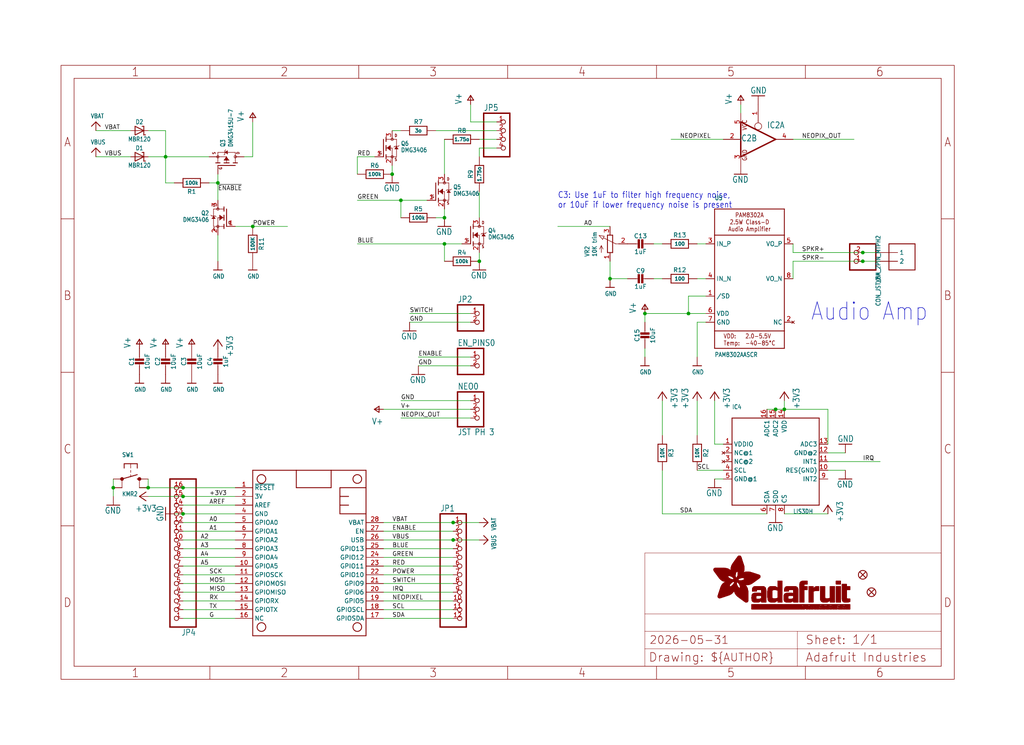
<source format=kicad_sch>
(kicad_sch (version 20230121) (generator eeschema)
  (paper "User" 298.45 217.322)
  (lib_symbols
    (symbol "working-eagle-import:741G125DBV"
      (property "Reference" "IC" (at -0.635 -0.635 0))
      (symbol "741G125DBV_1_0"
        (pin input line (at 0 10.16 270) (length 5.08) (name "OE") (number "1"))
        (pin input line (at -10.16 0 0) (length 5.08) (name "I") (number "2"))
        (pin tri_state line (at 10.16 0 180) (length 5.08) (name "O") (number "4"))
      )
      (symbol "741G125DBV_2_0"
        (text "GND" (at 1.905 -6.35 900) (effects (font (size 1.27 1.0795)) (justify left bottom)))
        (text "VCC" (at 1.905 2.54 900) (effects (font (size 1.27 1.0795)) (justify left bottom)))
        (pin power_in line (at 0 -7.62 90) (length 5.08) (name "GND") (number "3"))
        (pin power_in line (at 0 7.62 270) (length 5.08) (name "VCC") (number "5"))
      )
    )
    (symbol "working-eagle-import:ACCEL_LIS3DHTR"
      (property "Reference" "U" (at -12.7 15.24 0))
      (symbol "ACCEL_LIS3DHTR_1_0"
        (pin power_in line (at -15.24 5.08 0) (length 2.54) (name "VDDIO") (number "1"))
        (pin bidirectional line (at 15.24 -2.54 180) (length 2.54) (name "RES(GND)") (number "10"))
        (pin output line (at 15.24 0 180) (length 2.54) (name "INT1") (number "11"))
        (pin power_in line (at 15.24 2.54 180) (length 2.54) (name "GND@2") (number "12"))
        (pin input line (at 15.24 5.08 180) (length 2.54) (name "ADC3") (number "13"))
        (pin power_in line (at 2.54 15.24 270) (length 2.54) (name "VDD") (number "14"))
        (pin input line (at 0 15.24 270) (length 2.54) (name "ADC2") (number "15"))
        (pin input line (at -2.54 15.24 270) (length 2.54) (name "ADC1") (number "16"))
        (pin no_connect line (at -15.24 2.54 0) (length 2.54) (name "NC@1") (number "2"))
        (pin no_connect line (at -15.24 0 0) (length 2.54) (name "NC@2") (number "3"))
        (pin bidirectional line (at -15.24 -2.54 0) (length 2.54) (name "SCL") (number "4"))
        (pin power_in line (at -15.24 -5.08 0) (length 2.54) (name "GND@1") (number "5"))
        (pin bidirectional line (at -2.54 -15.24 90) (length 2.54) (name "SDA") (number "6"))
        (pin bidirectional line (at 0 -15.24 90) (length 2.54) (name "SDO") (number "7"))
        (pin input line (at 2.54 -15.24 90) (length 2.54) (name "CS") (number "8"))
        (pin output line (at 15.24 -5.08 180) (length 2.54) (name "INT2") (number "9"))
      )
    )
    (symbol "working-eagle-import:AUDIOAMP_PAM8302A"
      (property "Reference" "U" (at -10.16 22.86 0))
      (symbol "AUDIOAMP_PAM8302A_1_0"
        (text "2.0-5.5V\n-40-85°C" (at -1.27 -17.78 0) (effects (font (size 1.27 1.0795)) (justify left)))
        (text "PAM8302A\n2.5W Class-D\nAudio Amplifier" (at 0 16.51 0) (effects (font (size 1.27 1.0795))))
        (text "VDD:\nTemp:" (at -7.62 -17.78 0) (effects (font (size 1.27 1.0795)) (justify left)))
        (pin input line (at -12.7 -5.08 0) (length 2.54) (name "/SD") (number "1"))
        (pin no_connect line (at 12.7 -12.7 180) (length 2.54) (name "NC") (number "2"))
        (pin input line (at -12.7 10.16 0) (length 2.54) (name "IN_P") (number "3"))
        (pin input line (at -12.7 0 0) (length 2.54) (name "IN_N") (number "4"))
        (pin output line (at 12.7 10.16 180) (length 2.54) (name "VO_P") (number "5"))
        (pin power_in line (at -12.7 -10.16 0) (length 2.54) (name "VDD") (number "6"))
        (pin power_in line (at -12.7 -12.7 0) (length 2.54) (name "GND") (number "7"))
        (pin output line (at 12.7 0 180) (length 2.54) (name "VO_N") (number "8"))
      )
    )
    (symbol "working-eagle-import:CAP_CERAMIC0603_NO"
      (property "Reference" "C" (at -2.29 1.25 90))
      (symbol "CAP_CERAMIC0603_NO_1_0"
        (pin passive line (at 0 5.08 270) (length 2.54) (name "1") (number "1"))
        (pin passive line (at 0 -2.54 90) (length 2.54) (name "2") (number "2"))
      )
    )
    (symbol "working-eagle-import:CAP_CERAMIC0805-NOOUTLINE"
      (property "Reference" "C" (at -2.29 1.25 90))
      (symbol "CAP_CERAMIC0805-NOOUTLINE_1_0"
        (pin passive line (at 0 5.08 270) (length 2.54) (name "1") (number "1"))
        (pin passive line (at 0 -2.54 90) (length 2.54) (name "2") (number "2"))
      )
    )
    (symbol "working-eagle-import:CON_JST_PH_2PIN_MTPH2"
      (property "Reference" "X" (at 0 5.588 90))
      (symbol "CON_JST_PH_2PIN_MTPH2_1_0"
        (pin passive inverted (at -2.54 2.54 0) (length 2.54) (name "1") (number "1"))
        (pin passive inverted (at -2.54 0 0) (length 2.54) (name "2") (number "2"))
      )
      (symbol "CON_JST_PH_2PIN_MTPH2_2_0"
        (pin bidirectional line (at 0 0 90) (length 2.54) (name "P$1") (number "NC2"))
      )
      (symbol "CON_JST_PH_2PIN_MTPH2_3_0"
        (pin bidirectional line (at 0 0 90) (length 2.54) (name "P$1") (number "NC1"))
      )
    )
    (symbol "working-eagle-import:CON_JST_PH_3PIN"
      (property "Reference" "X" (at -6.35 5.715 0))
      (symbol "CON_JST_PH_3PIN_1_0"
        (pin passive inverted (at -2.54 2.54 0) (length 2.54) (name "1") (number "1"))
        (pin passive inverted (at -2.54 0 0) (length 2.54) (name "2") (number "2"))
        (pin passive inverted (at -2.54 -2.54 0) (length 2.54) (name "3") (number "3"))
      )
    )
    (symbol "working-eagle-import:CON_MOLEX_2P"
      (symbol "CON_MOLEX_2P_1_0"
        (pin passive line (at -5.08 2.54 0) (length 5.08) (name "1") (number "1"))
        (pin passive line (at -5.08 0 0) (length 5.08) (name "2") (number "2"))
      )
      (symbol "CON_MOLEX_2P_2_0"
        (pin bidirectional line (at 0 0 0) (length 5.08) (name "MT") (number "M1"))
      )
      (symbol "CON_MOLEX_2P_3_0"
        (pin bidirectional line (at 0 0 0) (length 5.08) (name "MT") (number "M2"))
      )
    )
    (symbol "working-eagle-import:DIODE-SCHOTTKYSOD-123"
      (property "Reference" "D" (at 0 2.54 0))
      (symbol "DIODE-SCHOTTKYSOD-123_1_0"
        (pin passive line (at -2.54 0 0) (length 2.54) (name "A") (number "A"))
        (pin passive line (at 2.54 0 180) (length 2.54) (name "C") (number "C"))
      )
    )
    (symbol "working-eagle-import:FEATHERWING"
      (symbol "FEATHERWING_1_0"
        (pin input line (at 5.08 -5.08 90) (length 5.08) (name "~{RESET}") (number "1"))
        (pin bidirectional line (at 27.94 -5.08 90) (length 5.08) (name "GPIOA5") (number "10"))
        (pin bidirectional line (at 30.48 -5.08 90) (length 5.08) (name "GPIOSCK") (number "11"))
        (pin bidirectional line (at 33.02 -5.08 90) (length 5.08) (name "GPIOMOSI") (number "12"))
        (pin bidirectional line (at 35.56 -5.08 90) (length 5.08) (name "GPIOMISO") (number "13"))
        (pin bidirectional line (at 38.1 -5.08 90) (length 5.08) (name "GPIORX") (number "14"))
        (pin bidirectional line (at 40.64 -5.08 90) (length 5.08) (name "GPIOTX") (number "15"))
        (pin passive line (at 43.18 -5.08 90) (length 5.08) (name "NC") (number "16"))
        (pin bidirectional line (at 43.18 38.1 270) (length 5.08) (name "GPIOSDA") (number "17"))
        (pin bidirectional line (at 40.64 38.1 270) (length 5.08) (name "GPIOSCL") (number "18"))
        (pin bidirectional line (at 38.1 38.1 270) (length 5.08) (name "GPIO5") (number "19"))
        (pin power_in line (at 7.62 -5.08 90) (length 5.08) (name "3V") (number "2"))
        (pin bidirectional line (at 35.56 38.1 270) (length 5.08) (name "GPIO6") (number "20"))
        (pin bidirectional line (at 33.02 38.1 270) (length 5.08) (name "GPIO9") (number "21"))
        (pin bidirectional line (at 30.48 38.1 270) (length 5.08) (name "GPIO10") (number "22"))
        (pin bidirectional line (at 27.94 38.1 270) (length 5.08) (name "GPIO11") (number "23"))
        (pin bidirectional line (at 25.4 38.1 270) (length 5.08) (name "GPIO12") (number "24"))
        (pin bidirectional line (at 22.86 38.1 270) (length 5.08) (name "GPIO13") (number "25"))
        (pin power_in line (at 20.32 38.1 270) (length 5.08) (name "USB") (number "26"))
        (pin passive line (at 17.78 38.1 270) (length 5.08) (name "EN") (number "27"))
        (pin power_in line (at 15.24 38.1 270) (length 5.08) (name "VBAT") (number "28"))
        (pin passive line (at 10.16 -5.08 90) (length 5.08) (name "AREF") (number "3"))
        (pin power_in line (at 12.7 -5.08 90) (length 5.08) (name "GND") (number "4"))
        (pin bidirectional line (at 15.24 -5.08 90) (length 5.08) (name "GPIOA0") (number "5"))
        (pin bidirectional line (at 17.78 -5.08 90) (length 5.08) (name "GPIOA1") (number "6"))
        (pin bidirectional line (at 20.32 -5.08 90) (length 5.08) (name "GPIOA2") (number "7"))
        (pin bidirectional line (at 22.86 -5.08 90) (length 5.08) (name "GPIOA3") (number "8"))
        (pin bidirectional line (at 25.4 -5.08 90) (length 5.08) (name "GPIOA4") (number "9"))
      )
    )
    (symbol "working-eagle-import:FIDUCIAL_1MM")
    (symbol "working-eagle-import:FRAME_A4_ADAFRUIT"
      (symbol "FRAME_A4_ADAFRUIT_1_0"
        (text "${#}/${##}" (at 230.505 10.16 0) (effects (font (size 2.54 2.54)) (justify left bottom)))
        (text "${AUTHOR}" (at 189.23 5.08 0) (effects (font (size 2.286 2.286)) (justify left bottom)))
        (text "${CURRENT_DATE}" (at 171.45 10.16 0) (effects (font (size 2.286 2.286)) (justify left bottom)))
        (text "${PROJECTNAME}" (at 171.45 15.24 0) (effects (font (size 2.54 2.54)) (justify left bottom)))
        (text "1" (at 21.6958 1.905 0) (effects (font (size 2.54 2.286))))
        (text "1" (at 21.6958 177.165 0) (effects (font (size 2.54 2.286))))
        (text "2" (at 65.0875 1.905 0) (effects (font (size 2.54 2.286))))
        (text "2" (at 65.0875 177.165 0) (effects (font (size 2.54 2.286))))
        (text "3" (at 108.4792 1.905 0) (effects (font (size 2.54 2.286))))
        (text "3" (at 108.4792 177.165 0) (effects (font (size 2.54 2.286))))
        (text "4" (at 151.8708 1.905 0) (effects (font (size 2.54 2.286))))
        (text "4" (at 151.8708 177.165 0) (effects (font (size 2.54 2.286))))
        (text "5" (at 195.2625 1.905 0) (effects (font (size 2.54 2.286))))
        (text "5" (at 195.2625 177.165 0) (effects (font (size 2.54 2.286))))
        (text "6" (at 238.6542 1.905 0) (effects (font (size 2.54 2.286))))
        (text "6" (at 238.6542 177.165 0) (effects (font (size 2.54 2.286))))
        (text "A" (at 1.905 156.6863 0) (effects (font (size 2.54 2.286))))
        (text "A" (at 258.445 156.6863 0) (effects (font (size 2.54 2.286))))
        (text "Adafruit Industries" (at 216.916 4.953 0) (effects (font (size 2.54 2.54)) (justify left bottom)))
        (text "B" (at 1.905 111.9188 0) (effects (font (size 2.54 2.286))))
        (text "B" (at 258.445 111.9188 0) (effects (font (size 2.54 2.286))))
        (text "C" (at 1.905 67.1513 0) (effects (font (size 2.54 2.286))))
        (text "C" (at 258.445 67.1513 0) (effects (font (size 2.54 2.286))))
        (text "D" (at 1.905 22.3838 0) (effects (font (size 2.54 2.286))))
        (text "D" (at 258.445 22.3838 0) (effects (font (size 2.54 2.286))))
        (text "Drawing:" (at 171.196 4.953 0) (effects (font (size 2.54 2.54)) (justify left bottom)))
        (text "Sheet:" (at 216.916 10.033 0) (effects (font (size 2.54 2.54)) (justify left bottom)))
      )
    )
    (symbol "working-eagle-import:GND" (power)
      (property "Value" "GND" (at -1.524 -2.54 0))
      (symbol "GND_1_0"
        (pin power_in line (at 0 2.54 270) (length 2.54) (name "GND") (number "1"))
      )
    )
    (symbol "working-eagle-import:HEADER-1X12"
      (property "Reference" "JP" (at -6.35 18.415 0))
      (symbol "HEADER-1X12_1_0"
        (pin passive inverted (at -2.54 15.24 0) (length 2.54) (name "1") (number "1"))
        (pin passive inverted (at -2.54 -7.62 0) (length 2.54) (name "10") (number "10"))
        (pin passive inverted (at -2.54 -10.16 0) (length 2.54) (name "11") (number "11"))
        (pin passive inverted (at -2.54 -12.7 0) (length 2.54) (name "12") (number "12"))
        (pin passive inverted (at -2.54 12.7 0) (length 2.54) (name "2") (number "2"))
        (pin passive inverted (at -2.54 10.16 0) (length 2.54) (name "3") (number "3"))
        (pin passive inverted (at -2.54 7.62 0) (length 2.54) (name "4") (number "4"))
        (pin passive inverted (at -2.54 5.08 0) (length 2.54) (name "5") (number "5"))
        (pin passive inverted (at -2.54 2.54 0) (length 2.54) (name "6") (number "6"))
        (pin passive inverted (at -2.54 0 0) (length 2.54) (name "7") (number "7"))
        (pin passive inverted (at -2.54 -2.54 0) (length 2.54) (name "8") (number "8"))
        (pin passive inverted (at -2.54 -5.08 0) (length 2.54) (name "9") (number "9"))
      )
    )
    (symbol "working-eagle-import:HEADER-1X16ROUND"
      (property "Reference" "JP" (at -6.35 20.955 0))
      (symbol "HEADER-1X16ROUND_1_0"
        (pin passive inverted (at -2.54 17.78 0) (length 2.54) (name "1") (number "1"))
        (pin passive inverted (at -2.54 -5.08 0) (length 2.54) (name "10") (number "10"))
        (pin passive inverted (at -2.54 -7.62 0) (length 2.54) (name "11") (number "11"))
        (pin passive inverted (at -2.54 -10.16 0) (length 2.54) (name "12") (number "12"))
        (pin passive inverted (at -2.54 -12.7 0) (length 2.54) (name "13") (number "13"))
        (pin passive inverted (at -2.54 -15.24 0) (length 2.54) (name "14") (number "14"))
        (pin passive inverted (at -2.54 -17.78 0) (length 2.54) (name "15") (number "15"))
        (pin passive inverted (at -2.54 -20.32 0) (length 2.54) (name "16") (number "16"))
        (pin passive inverted (at -2.54 15.24 0) (length 2.54) (name "2") (number "2"))
        (pin passive inverted (at -2.54 12.7 0) (length 2.54) (name "3") (number "3"))
        (pin passive inverted (at -2.54 10.16 0) (length 2.54) (name "4") (number "4"))
        (pin passive inverted (at -2.54 7.62 0) (length 2.54) (name "5") (number "5"))
        (pin passive inverted (at -2.54 5.08 0) (length 2.54) (name "6") (number "6"))
        (pin passive inverted (at -2.54 2.54 0) (length 2.54) (name "7") (number "7"))
        (pin passive inverted (at -2.54 0 0) (length 2.54) (name "8") (number "8"))
        (pin passive inverted (at -2.54 -2.54 0) (length 2.54) (name "9") (number "9"))
      )
    )
    (symbol "working-eagle-import:HEADER-1X2ROUND"
      (property "Reference" "JP" (at -6.35 5.715 0))
      (symbol "HEADER-1X2ROUND_1_0"
        (pin passive inverted (at -2.54 2.54 0) (length 2.54) (name "1") (number "1"))
        (pin passive inverted (at -2.54 0 0) (length 2.54) (name "2") (number "2"))
      )
    )
    (symbol "working-eagle-import:HEADER-1X4ROUND"
      (property "Reference" "JP" (at -6.35 8.255 0))
      (symbol "HEADER-1X4ROUND_1_0"
        (pin passive inverted (at -2.54 5.08 0) (length 2.54) (name "1") (number "1"))
        (pin passive inverted (at -2.54 2.54 0) (length 2.54) (name "2") (number "2"))
        (pin passive inverted (at -2.54 0 0) (length 2.54) (name "3") (number "3"))
        (pin passive inverted (at -2.54 -2.54 0) (length 2.54) (name "4") (number "4"))
      )
    )
    (symbol "working-eagle-import:MOSFET-NWIDE"
      (property "Reference" "Q" (at 5.08 0.635 0))
      (symbol "MOSFET-NWIDE_1_0"
        (text "D" (at 3.175 3.175 0) (effects (font (size 0.8128 0.6908)) (justify left bottom)))
        (text "G" (at -1.27 -1.905 0) (effects (font (size 0.8128 0.6908)) (justify left bottom)))
        (text "S" (at 3.175 -3.81 0) (effects (font (size 0.8128 0.6908)) (justify left bottom)))
        (pin bidirectional line (at -2.54 -2.54 0) (length 2.54) (name "G") (number "1"))
        (pin bidirectional line (at 2.54 -5.08 90) (length 2.54) (name "S") (number "2"))
        (pin bidirectional line (at 2.54 5.08 270) (length 2.54) (name "D") (number "3"))
      )
    )
    (symbol "working-eagle-import:MOSFET-PWIDE"
      (property "Reference" "Q" (at 2.794 0.381 0))
      (symbol "MOSFET-PWIDE_1_0"
        (text "D" (at 0.635 -3.81 0) (effects (font (size 0.8128 0.6908)) (justify left bottom)))
        (text "G" (at -3.81 1.27 0) (effects (font (size 0.8128 0.6908)) (justify left bottom)))
        (text "S" (at 0.635 3.175 0) (effects (font (size 0.8128 0.6908)) (justify left bottom)))
        (pin passive line (at -5.08 2.54 0) (length 2.54) (name "G") (number "1"))
        (pin passive line (at 0 5.08 270) (length 2.54) (name "S") (number "2"))
        (pin passive line (at 0 -5.08 90) (length 2.54) (name "D") (number "3"))
      )
    )
    (symbol "working-eagle-import:RESISTOR_0603_NOOUT"
      (property "Reference" "R" (at 0 2.54 0))
      (symbol "RESISTOR_0603_NOOUT_1_0"
        (pin passive line (at -5.08 0 0) (length 2.54) (name "1") (number "1"))
        (pin passive line (at 5.08 0 180) (length 2.54) (name "2") (number "2"))
      )
    )
    (symbol "working-eagle-import:RESISTOR_1206"
      (property "Reference" "R" (at 0 2.54 0))
      (symbol "RESISTOR_1206_1_0"
        (pin passive line (at -5.08 0 0) (length 2.54) (name "1") (number "1"))
        (pin passive line (at 5.08 0 180) (length 2.54) (name "2") (number "2"))
      )
    )
    (symbol "working-eagle-import:SWITCH_TACT_SMT4.6X2.8"
      (property "Reference" "SW" (at -2.54 6.35 0))
      (symbol "SWITCH_TACT_SMT4.6X2.8_1_0"
        (pin passive line (at -5.08 0 0) (length 2.54) (name "P") (number "A"))
        (pin passive line (at -5.08 -2.54 0) (length 2.54) (name "P1") (number "A'"))
        (pin passive line (at 5.08 0 180) (length 2.54) (name "S") (number "B"))
        (pin passive line (at 5.08 -2.54 180) (length 2.54) (name "S1") (number "B'"))
      )
    )
    (symbol "working-eagle-import:TRIMPOT3303W/X"
      (property "Reference" "VR" (at -5.969 -3.81 90))
      (symbol "TRIMPOT3303W/X_1_0"
        (pin passive line (at 0 -5.08 90) (length 2.54) (name "A") (number "1"))
        (pin passive line (at 5.08 0 180) (length 2.54) (name "S") (number "2"))
        (pin passive line (at 0 5.08 270) (length 2.54) (name "E") (number "3"))
      )
    )
    (symbol "working-eagle-import:V+" (power)
      (property "Value" "V+" (at -2.54 -2.54 90))
      (symbol "V+_1_0"
        (pin power_in line (at 0 -2.54 90) (length 2.54) (name "V+") (number "1"))
      )
    )
    (symbol "working-eagle-import:VBAT" (power)
      (property "Value" "VBAT" (at -1.524 1.016 0))
      (symbol "VBAT_1_0"
        (pin power_in line (at 0 -2.54 90) (length 2.54) (name "VBAT") (number "1"))
      )
    )
    (symbol "working-eagle-import:VBUS" (power)
      (property "Value" "VBUS" (at -1.524 1.016 0))
      (symbol "VBUS_1_0"
        (pin power_in line (at 0 -2.54 90) (length 2.54) (name "VBUS") (number "1"))
      )
    )
    (symbol "working-eagle-import:supply1_+3V3" (power)
      (property "Value" "supply1_+3V3" (at -2.54 -5.08 90))
      (symbol "supply1_+3V3_1_0"
        (pin power_in line (at 0 -2.54 90) (length 2.54) (name "+3V3") (number "1"))
      )
    )
    (symbol "working-eagle-import:supply1_GND" (power)
      (property "Value" "supply1_GND" (at -2.54 -2.54 0))
      (symbol "supply1_GND_1_0"
        (pin power_in line (at 0 2.54 270) (length 2.54) (name "GND") (number "1"))
      )
    )
  )
  (junction (at 73.66 66.04))
  (junction (at 53.34 149.86))
  (junction (at 116.84 58.42))
  (junction (at 129.54 63.5))
  (junction (at 114.3 50.8))
  (junction (at 187.96 91.44))
  (junction (at 63.5 53.34))
  (junction (at 139.7 76.2))
  (junction (at 177.8 81.28))
  (junction (at 53.34 142.24))
  (junction (at 132.08 152.4))
  (junction (at 43.18 142.24))
  (junction (at 48.26 45.72))
  (junction (at 251.46 76.2))
  (junction (at 200.66 91.44))
  (junction (at 228.6 119.38))
  (junction (at 226.06 119.38))
  (junction (at 251.46 73.66))
  (junction (at 129.54 71.12))
  (junction (at 132.08 157.48))
  (junction (at 33.02 142.24))
  (junction (at 53.34 144.78))
  (wire (pts (xy 129.54 63.5) (xy 127 63.5)) (stroke (width 0.1524)))
  (wire (pts (xy 119.38 91.44) (xy 137.16 91.44)) (stroke (width 0.1524)))
  (wire (pts (xy 205.74 91.44) (xy 200.66 91.44)) (stroke (width 0.1524)))
  (wire (pts (xy 104.14 45.72) (xy 109.22 45.72)) (stroke (width 0.1524)))
  (wire (pts (xy 60.96 45.72) (xy 48.26 45.72)) (stroke (width 0.1524)))
  (wire (pts (xy 231.14 40.64) (xy 248.92 40.64)) (stroke (width 0.1524)))
  (wire (pts (xy 38.1 45.72) (xy 27.94 45.72)) (stroke (width 0.1524)))
  (wire (pts (xy 43.18 45.72) (xy 48.26 45.72)) (stroke (width 0.1524)))
  (wire (pts (xy 182.88 81.28) (xy 177.8 81.28)) (stroke (width 0.1524)))
  (wire (pts (xy 228.6 119.38) (xy 226.06 119.38)) (stroke (width 0.1524)))
  (wire (pts (xy 53.34 162.56) (xy 68.58 162.56)) (stroke (width 0.1524)))
  (wire (pts (xy 205.74 81.28) (xy 203.2 81.28)) (stroke (width 0.1524)))
  (wire (pts (xy 205.74 71.12) (xy 203.2 71.12)) (stroke (width 0.1524)))
  (wire (pts (xy 231.14 73.66) (xy 231.14 71.12)) (stroke (width 0.1524)))
  (wire (pts (xy 53.34 147.32) (xy 68.58 147.32)) (stroke (width 0.1524)))
  (wire (pts (xy 132.08 175.26) (xy 111.76 175.26)) (stroke (width 0.1524)))
  (wire (pts (xy 200.66 91.44) (xy 187.96 91.44)) (stroke (width 0.1524)))
  (wire (pts (xy 73.66 45.72) (xy 73.66 35.56)) (stroke (width 0.1524)))
  (wire (pts (xy 132.08 165.1) (xy 111.76 165.1)) (stroke (width 0.1524)))
  (wire (pts (xy 63.5 53.34) (xy 63.5 58.42)) (stroke (width 0.1524)))
  (wire (pts (xy 132.08 157.48) (xy 111.76 157.48)) (stroke (width 0.1524)))
  (wire (pts (xy 137.16 35.56) (xy 137.16 30.48)) (stroke (width 0.1524)))
  (wire (pts (xy 53.34 144.78) (xy 43.18 144.78)) (stroke (width 0.1524)))
  (wire (pts (xy 203.2 127) (xy 203.2 116.84)) (stroke (width 0.1524)))
  (wire (pts (xy 241.3 129.54) (xy 241.3 119.38)) (stroke (width 0.1524)))
  (wire (pts (xy 132.08 152.4) (xy 111.76 152.4)) (stroke (width 0.1524)))
  (wire (pts (xy 190.5 71.12) (xy 193.04 71.12)) (stroke (width 0.1524)))
  (wire (pts (xy 121.92 106.68) (xy 137.16 106.68)) (stroke (width 0.1524)))
  (wire (pts (xy 193.04 149.86) (xy 193.04 137.16)) (stroke (width 0.1524)))
  (wire (pts (xy 63.5 76.2) (xy 63.5 68.58)) (stroke (width 0.1524)))
  (wire (pts (xy 132.08 167.64) (xy 111.76 167.64)) (stroke (width 0.1524)))
  (wire (pts (xy 187.96 91.44) (xy 187.96 93.98)) (stroke (width 0.1524)))
  (wire (pts (xy 241.3 134.62) (xy 256.54 134.62)) (stroke (width 0.1524)))
  (wire (pts (xy 205.74 86.36) (xy 200.66 86.36)) (stroke (width 0.1524)))
  (wire (pts (xy 132.08 170.18) (xy 111.76 170.18)) (stroke (width 0.1524)))
  (wire (pts (xy 33.02 139.7) (xy 33.02 142.24)) (stroke (width 0.1524)))
  (wire (pts (xy 231.14 76.2) (xy 231.14 81.28)) (stroke (width 0.1524)))
  (wire (pts (xy 129.54 76.2) (xy 129.54 71.12)) (stroke (width 0.1524)))
  (wire (pts (xy 68.58 142.24) (xy 53.34 142.24)) (stroke (width 0.1524)))
  (wire (pts (xy 53.34 175.26) (xy 68.58 175.26)) (stroke (width 0.1524)))
  (wire (pts (xy 132.08 162.56) (xy 111.76 162.56)) (stroke (width 0.1524)))
  (wire (pts (xy 210.82 129.54) (xy 208.28 129.54)) (stroke (width 0.1524)))
  (wire (pts (xy 53.34 165.1) (xy 68.58 165.1)) (stroke (width 0.1524)))
  (wire (pts (xy 251.46 76.2) (xy 256.54 76.2)) (stroke (width 0.1524)))
  (wire (pts (xy 48.26 45.72) (xy 48.26 53.34)) (stroke (width 0.1524)))
  (wire (pts (xy 193.04 81.28) (xy 190.5 81.28)) (stroke (width 0.1524)))
  (wire (pts (xy 111.76 119.38) (xy 137.16 119.38)) (stroke (width 0.1524)))
  (wire (pts (xy 139.7 45.72) (xy 139.7 43.18)) (stroke (width 0.1524)))
  (wire (pts (xy 33.02 142.24) (xy 33.02 144.78)) (stroke (width 0.1524)))
  (wire (pts (xy 137.16 121.92) (xy 116.84 121.92)) (stroke (width 0.1524)))
  (wire (pts (xy 187.96 101.6) (xy 187.96 104.14)) (stroke (width 0.1524)))
  (wire (pts (xy 53.34 157.48) (xy 68.58 157.48)) (stroke (width 0.1524)))
  (wire (pts (xy 231.14 73.66) (xy 251.46 73.66)) (stroke (width 0.1524)))
  (wire (pts (xy 53.34 149.86) (xy 50.8 149.86)) (stroke (width 0.1524)))
  (wire (pts (xy 241.3 132.08) (xy 246.38 132.08)) (stroke (width 0.1524)))
  (wire (pts (xy 53.34 160.02) (xy 68.58 160.02)) (stroke (width 0.1524)))
  (wire (pts (xy 144.78 35.56) (xy 137.16 35.56)) (stroke (width 0.1524)))
  (wire (pts (xy 116.84 38.1) (xy 114.3 38.1)) (stroke (width 0.1524)))
  (wire (pts (xy 43.18 142.24) (xy 40.64 142.24)) (stroke (width 0.1524)))
  (wire (pts (xy 53.34 177.8) (xy 68.58 177.8)) (stroke (width 0.1524)))
  (wire (pts (xy 132.08 160.02) (xy 111.76 160.02)) (stroke (width 0.1524)))
  (wire (pts (xy 53.34 152.4) (xy 68.58 152.4)) (stroke (width 0.1524)))
  (wire (pts (xy 104.14 45.72) (xy 104.14 50.8)) (stroke (width 0.1524)))
  (wire (pts (xy 116.84 63.5) (xy 116.84 58.42)) (stroke (width 0.1524)))
  (wire (pts (xy 104.14 58.42) (xy 116.84 58.42)) (stroke (width 0.1524)))
  (wire (pts (xy 241.3 119.38) (xy 228.6 119.38)) (stroke (width 0.1524)))
  (wire (pts (xy 139.7 76.2) (xy 139.7 73.66)) (stroke (width 0.1524)))
  (wire (pts (xy 111.76 154.94) (xy 132.08 154.94)) (stroke (width 0.1524)))
  (wire (pts (xy 132.08 157.48) (xy 139.7 157.48)) (stroke (width 0.1524)))
  (wire (pts (xy 208.28 139.7) (xy 210.82 139.7)) (stroke (width 0.1524)))
  (wire (pts (xy 195.58 40.64) (xy 210.82 40.64)) (stroke (width 0.1524)))
  (wire (pts (xy 127 38.1) (xy 144.78 38.1)) (stroke (width 0.1524)))
  (wire (pts (xy 53.34 172.72) (xy 68.58 172.72)) (stroke (width 0.1524)))
  (wire (pts (xy 48.26 38.1) (xy 43.18 38.1)) (stroke (width 0.1524)))
  (wire (pts (xy 114.3 48.26) (xy 114.3 50.8)) (stroke (width 0.1524)))
  (wire (pts (xy 60.96 53.34) (xy 63.5 53.34)) (stroke (width 0.1524)))
  (wire (pts (xy 208.28 129.54) (xy 208.28 116.84)) (stroke (width 0.1524)))
  (wire (pts (xy 129.54 63.5) (xy 129.54 60.96)) (stroke (width 0.1524)))
  (wire (pts (xy 223.52 149.86) (xy 193.04 149.86)) (stroke (width 0.1524)))
  (wire (pts (xy 53.34 154.94) (xy 68.58 154.94)) (stroke (width 0.1524)))
  (wire (pts (xy 132.08 152.4) (xy 139.7 152.4)) (stroke (width 0.1524)))
  (wire (pts (xy 63.5 50.8) (xy 63.5 53.34)) (stroke (width 0.1524)))
  (wire (pts (xy 68.58 66.04) (xy 73.66 66.04)) (stroke (width 0.1524)))
  (wire (pts (xy 129.54 71.12) (xy 104.14 71.12)) (stroke (width 0.1524)))
  (wire (pts (xy 139.7 55.88) (xy 139.7 63.5)) (stroke (width 0.1524)))
  (wire (pts (xy 132.08 172.72) (xy 111.76 172.72)) (stroke (width 0.1524)))
  (wire (pts (xy 134.62 71.12) (xy 129.54 71.12)) (stroke (width 0.1524)))
  (wire (pts (xy 241.3 149.86) (xy 228.6 149.86)) (stroke (width 0.1524)))
  (wire (pts (xy 129.54 40.64) (xy 129.54 50.8)) (stroke (width 0.1524)))
  (wire (pts (xy 53.34 149.86) (xy 68.58 149.86)) (stroke (width 0.1524)))
  (wire (pts (xy 241.3 137.16) (xy 246.38 137.16)) (stroke (width 0.1524)))
  (wire (pts (xy 177.8 81.28) (xy 177.8 76.2)) (stroke (width 0.1524)))
  (wire (pts (xy 53.34 170.18) (xy 68.58 170.18)) (stroke (width 0.1524)))
  (wire (pts (xy 116.84 58.42) (xy 124.46 58.42)) (stroke (width 0.1524)))
  (wire (pts (xy 203.2 93.98) (xy 203.2 104.14)) (stroke (width 0.1524)))
  (wire (pts (xy 38.1 38.1) (xy 27.94 38.1)) (stroke (width 0.1524)))
  (wire (pts (xy 251.46 73.66) (xy 256.54 73.66)) (stroke (width 0.1524)))
  (wire (pts (xy 210.82 137.16) (xy 203.2 137.16)) (stroke (width 0.1524)))
  (wire (pts (xy 71.12 45.72) (xy 73.66 45.72)) (stroke (width 0.1524)))
  (wire (pts (xy 139.7 43.18) (xy 144.78 43.18)) (stroke (width 0.1524)))
  (wire (pts (xy 226.06 119.38) (xy 223.52 119.38)) (stroke (width 0.1524)))
  (wire (pts (xy 53.34 167.64) (xy 68.58 167.64)) (stroke (width 0.1524)))
  (wire (pts (xy 132.08 177.8) (xy 111.76 177.8)) (stroke (width 0.1524)))
  (wire (pts (xy 53.34 142.24) (xy 43.18 142.24)) (stroke (width 0.1524)))
  (wire (pts (xy 162.56 66.04) (xy 177.8 66.04)) (stroke (width 0.1524)))
  (wire (pts (xy 228.6 116.84) (xy 228.6 119.38)) (stroke (width 0.1524)))
  (wire (pts (xy 215.9 33.02) (xy 215.9 30.48)) (stroke (width 0.1524)))
  (wire (pts (xy 48.26 53.34) (xy 50.8 53.34)) (stroke (width 0.1524)))
  (wire (pts (xy 43.18 139.7) (xy 43.18 142.24)) (stroke (width 0.1524)))
  (wire (pts (xy 193.04 116.84) (xy 193.04 127)) (stroke (width 0.1524)))
  (wire (pts (xy 68.58 180.34) (xy 53.34 180.34)) (stroke (width 0.1524)))
  (wire (pts (xy 144.78 40.64) (xy 139.7 40.64)) (stroke (width 0.1524)))
  (wire (pts (xy 200.66 86.36) (xy 200.66 91.44)) (stroke (width 0.1524)))
  (wire (pts (xy 73.66 66.04) (xy 83.82 66.04)) (stroke (width 0.1524)))
  (wire (pts (xy 231.14 76.2) (xy 251.46 76.2)) (stroke (width 0.1524)))
  (wire (pts (xy 137.16 104.14) (xy 121.92 104.14)) (stroke (width 0.1524)))
  (wire (pts (xy 132.08 180.34) (xy 111.76 180.34)) (stroke (width 0.1524)))
  (wire (pts (xy 48.26 45.72) (xy 48.26 38.1)) (stroke (width 0.1524)))
  (wire (pts (xy 137.16 93.98) (xy 119.38 93.98)) (stroke (width 0.1524)))
  (wire (pts (xy 137.16 116.84) (xy 116.84 116.84)) (stroke (width 0.1524)))
  (wire (pts (xy 205.74 93.98) (xy 203.2 93.98)) (stroke (width 0.1524)))
  (wire (pts (xy 68.58 144.78) (xy 53.34 144.78)) (stroke (width 0.1524)))
  (text "C3: Use 1uF to filter high frequency noise,\nor 10uF if lower frequency noise is present" (at 162.56 60.96 0) (effects (font (size 1.778 1.5113)) (justify left bottom)))
  (text "Audio Amp" (at 236.22 93.98 0) (effects (font (size 5.08 4.318)) (justify left bottom)))
  (label "GND" (at 121.92 106.68 0) (effects (font (size 1.2446 1.2446))))
  (label "SWITCH" (at 114.3 170.18 0) (effects (font (size 1.2446 1.2446))))
  (label "GND" (at 119.38 93.98 0) (effects (font (size 1.2446 1.2446))))
  (label "ENABLE" (at 121.92 104.14 0) (effects (font (size 1.2446 1.2446))))
  (label "SDA" (at 114.3 180.34 0) (effects (font (size 1.2446 1.2446))))
  (label "VBAT" (at 114.3 152.4 0) (effects (font (size 1.2446 1.2446))))
  (label "IRQ" (at 114.3 172.72 0) (effects (font (size 1.2446 1.2446))))
  (label "~{ENABLE}" (at 63.5 55.88 0) (effects (font (size 1.2446 1.2446))))
  (label "SWITCH" (at 119.38 91.44 0) (effects (font (size 1.2446 1.2446))))
  (label "RED" (at 104.14 45.72 0) (effects (font (size 1.2446 1.2446))))
  (label "GND" (at 116.84 116.84 0) (effects (font (size 1.2446 1.2446))))
  (label "SCK" (at 60.96 167.64 0) (effects (font (size 1.2446 1.2446))))
  (label "+3V3" (at 60.96 144.78 0) (effects (font (size 1.2446 1.2446))))
  (label "NEOPIX_OUT" (at 233.68 40.64 0) (effects (font (size 1.2446 1.2446))))
  (label "SPKR-" (at 233.68 76.2 0) (effects (font (size 1.2446 1.2446))))
  (label "TX" (at 60.96 177.8 0) (effects (font (size 1.2446 1.2446))))
  (label "G" (at 60.96 180.34 0) (effects (font (size 1.2446 1.2446))))
  (label "VBAT" (at 30.48 38.1 0) (effects (font (size 1.2446 1.2446))))
  (label "VBUS" (at 114.3 157.48 0) (effects (font (size 1.2446 1.2446))))
  (label "A1" (at 60.96 154.94 0) (effects (font (size 1.2446 1.2446))))
  (label "VBUS" (at 30.48 45.72 0) (effects (font (size 1.2446 1.2446))))
  (label "A2" (at 58.42 157.48 0) (effects (font (size 1.2446 1.2446))))
  (label "POWER" (at 114.3 167.64 0) (effects (font (size 1.2446 1.2446))))
  (label "RX" (at 60.96 175.26 0) (effects (font (size 1.2446 1.2446))))
  (label "A0" (at 60.96 152.4 0) (effects (font (size 1.2446 1.2446))))
  (label "GREEN" (at 104.14 58.42 0) (effects (font (size 1.2446 1.2446))))
  (label "NEOPIX_OUT" (at 116.84 121.92 0) (effects (font (size 1.2446 1.2446))))
  (label "SCL" (at 203.2 137.16 0) (effects (font (size 1.2446 1.2446))))
  (label "NEOPIXEL" (at 198.12 40.64 0) (effects (font (size 1.2446 1.2446))))
  (label "POWER" (at 73.66 66.04 0) (effects (font (size 1.2446 1.2446))))
  (label "MOSI" (at 60.96 170.18 0) (effects (font (size 1.2446 1.2446))))
  (label "RED" (at 114.3 165.1 0) (effects (font (size 1.2446 1.2446))))
  (label "GREEN" (at 114.3 162.56 0) (effects (font (size 1.2446 1.2446))))
  (label "SPKR+" (at 233.68 73.66 0) (effects (font (size 1.2446 1.2446))))
  (label "V+" (at 116.84 119.38 0) (effects (font (size 1.2446 1.2446))))
  (label "A5" (at 58.42 165.1 0) (effects (font (size 1.2446 1.2446))))
  (label "A0" (at 170.18 66.04 0) (effects (font (size 1.2446 1.2446))))
  (label "AREF" (at 60.96 147.32 0) (effects (font (size 1.2446 1.2446))))
  (label "A3" (at 58.42 160.02 0) (effects (font (size 1.2446 1.2446))))
  (label "ENABLE" (at 114.3 154.94 0) (effects (font (size 1.2446 1.2446))))
  (label "A4" (at 58.42 162.56 0) (effects (font (size 1.2446 1.2446))))
  (label "SCL" (at 114.3 177.8 0) (effects (font (size 1.2446 1.2446))))
  (label "BLUE" (at 104.14 71.12 0) (effects (font (size 1.2446 1.2446))))
  (label "SDA" (at 198.12 149.86 0) (effects (font (size 1.2446 1.2446))))
  (label "IRQ" (at 251.46 134.62 0) (effects (font (size 1.2446 1.2446))))
  (label "NEOPIXEL" (at 114.3 175.26 0) (effects (font (size 1.2446 1.2446))))
  (label "MISO" (at 60.96 172.72 0) (effects (font (size 1.2446 1.2446))))
  (label "BLUE" (at 114.3 160.02 0) (effects (font (size 1.2446 1.2446))))
  (symbol (lib_id "working-eagle-import:RESISTOR_0603_NOOUT") (at 203.2 132.08 270) (unit 1)
    (property "Reference" "R2" (at 205.74 132.08 0))
    (property "Value" "10K" (at 203.2 132.08 0) (effects (font (size 1.016 1.016) bold)))
    (property "Footprint" "working:0603-NO" (effects hide))
  )
  (symbol (lib_id "working-eagle-import:V+") (at 137.16 27.94 0) (unit 1)
    (property "Reference" "#P+4" (effects hide))
    (property "Value" "V+" (at 134.62 30.48 90) (effects (font (size 1.778 1.5113)) (justify left bottom)))
  )
  (symbol (lib_id "working-eagle-import:V+") (at 187.96 88.9 0) (unit 1)
    (property "Reference" "#P+3" (effects hide))
    (property "Value" "V+" (at 185.42 91.44 90) (effects (font (size 1.778 1.5113)) (justify left bottom)))
  )
  (symbol (lib_id "working-eagle-import:MOSFET-NWIDE") (at 127 55.88 0) (unit 1)
    (property "Reference" "Q5" (at 132.08 55.245 0) (effects (font (size 1.27 1.0795)) (justify left bottom)))
    (property "Value" "DMG3406" (at 132.08 57.15 0) (effects (font (size 1.27 1.0795)) (justify left bottom)))
    (property "Footprint" "working:SOT23-WIDE" (effects hide))
  )
  (symbol (lib_id "working-eagle-import:HEADER-1X2ROUND") (at 139.7 93.98 0) (unit 1)
    (property "Reference" "JP2" (at 133.35 88.265 0) (effects (font (size 1.778 1.5113)) (justify left bottom)))
    (property "Value" "HEADER-1X2ROUND" (effects hide))
    (property "Footprint" "working:1X02_ROUND" (effects hide))
  )
  (symbol (lib_id "working-eagle-import:supply1_GND") (at 48.26 149.86 270) (unit 1)
    (property "Reference" "#GND3" (effects hide))
    (property "Value" "GND" (at 45.72 147.32 0) (effects (font (size 1.778 1.5113)) (justify left bottom)))
  )
  (symbol (lib_id "working-eagle-import:GND") (at 203.2 106.68 0) (unit 1)
    (property "Reference" "#U$46" (effects hide))
    (property "Value" "GND" (at 201.676 109.22 0) (effects (font (size 1.27 1.0795)) (justify left bottom)))
  )
  (symbol (lib_id "working-eagle-import:MOSFET-NWIDE") (at 66.04 63.5 0) (mirror y) (unit 1)
    (property "Reference" "Q2" (at 60.96 62.865 0) (effects (font (size 1.27 1.0795)) (justify left bottom)))
    (property "Value" "DMG3406" (at 60.96 64.77 0) (effects (font (size 1.27 1.0795)) (justify left bottom)))
    (property "Footprint" "working:SOT23-WIDE" (effects hide))
  )
  (symbol (lib_id "working-eagle-import:CAP_CERAMIC0805-NOOUTLINE") (at 187.96 99.06 0) (unit 1)
    (property "Reference" "C15" (at 185.67 97.81 90))
    (property "Value" "10uF" (at 190.26 97.81 90))
    (property "Footprint" "working:0805-NO" (effects hide))
  )
  (symbol (lib_id "working-eagle-import:supply1_+3V3") (at 40.64 144.78 90) (unit 1)
    (property "Reference" "#+3V1" (effects hide))
    (property "Value" "+3V3" (at 45.72 147.32 90) (effects (font (size 1.778 1.5113)) (justify left bottom)))
  )
  (symbol (lib_id "working-eagle-import:VBAT") (at 27.94 35.56 0) (unit 1)
    (property "Reference" "#U$2" (effects hide))
    (property "Value" "VBAT" (at 26.416 34.544 0) (effects (font (size 1.27 1.0795)) (justify left bottom)))
  )
  (symbol (lib_id "working-eagle-import:CAP_CERAMIC0603_NO") (at 185.42 71.12 270) (unit 1)
    (property "Reference" "C13" (at 186.67 68.83 90))
    (property "Value" "1uF" (at 186.67 73.42 90))
    (property "Footprint" "working:0603-NO" (effects hide))
  )
  (symbol (lib_id "working-eagle-import:RESISTOR_0603_NOOUT") (at 73.66 71.12 270) (unit 1)
    (property "Reference" "R11" (at 76.2 71.12 0))
    (property "Value" "100K" (at 73.66 71.12 0) (effects (font (size 1.016 1.016) bold)))
    (property "Footprint" "working:0603-NO" (effects hide))
  )
  (symbol (lib_id "working-eagle-import:MOSFET-PWIDE") (at 66.04 45.72 90) (unit 1)
    (property "Reference" "Q3" (at 65.659 42.926 0) (effects (font (size 1.27 1.0795)) (justify left bottom)))
    (property "Value" "DMG3415U-7" (at 67.945 42.926 0) (effects (font (size 1.27 1.0795)) (justify left bottom)))
    (property "Footprint" "working:SOT23-WIDE" (effects hide))
  )
  (symbol (lib_id "working-eagle-import:GND") (at 63.5 78.74 0) (unit 1)
    (property "Reference" "#U$3" (effects hide))
    (property "Value" "GND" (at 61.976 81.28 0) (effects (font (size 1.27 1.0795)) (justify left bottom)))
  )
  (symbol (lib_id "working-eagle-import:supply1_GND") (at 119.38 96.52 0) (unit 1)
    (property "Reference" "#GND11" (effects hide))
    (property "Value" "GND" (at 116.84 99.06 0) (effects (font (size 1.778 1.5113)) (justify left bottom)))
  )
  (symbol (lib_id "working-eagle-import:CAP_CERAMIC0805-NOOUTLINE") (at 48.26 106.68 0) (unit 1)
    (property "Reference" "C2" (at 45.97 105.43 90))
    (property "Value" "10uF" (at 50.56 105.43 90))
    (property "Footprint" "working:0805-NO" (effects hide))
  )
  (symbol (lib_id "working-eagle-import:V+") (at 48.26 99.06 0) (unit 1)
    (property "Reference" "#P+7" (effects hide))
    (property "Value" "V+" (at 45.72 101.6 90) (effects (font (size 1.778 1.5113)) (justify left bottom)))
  )
  (symbol (lib_id "working-eagle-import:MOSFET-NWIDE") (at 111.76 43.18 0) (unit 1)
    (property "Reference" "Q6" (at 116.84 42.545 0) (effects (font (size 1.27 1.0795)) (justify left bottom)))
    (property "Value" "DMG3406" (at 116.84 44.45 0) (effects (font (size 1.27 1.0795)) (justify left bottom)))
    (property "Footprint" "working:SOT23-WIDE" (effects hide))
  )
  (symbol (lib_id "working-eagle-import:GND") (at 48.26 111.76 0) (unit 1)
    (property "Reference" "#U$10" (effects hide))
    (property "Value" "GND" (at 46.736 114.3 0) (effects (font (size 1.27 1.0795)) (justify left bottom)))
  )
  (symbol (lib_id "working-eagle-import:V+") (at 55.88 99.06 0) (unit 1)
    (property "Reference" "#P+8" (effects hide))
    (property "Value" "V+" (at 53.34 101.6 90) (effects (font (size 1.778 1.5113)) (justify left bottom)))
  )
  (symbol (lib_id "working-eagle-import:CAP_CERAMIC0805-NOOUTLINE") (at 40.64 106.68 0) (unit 1)
    (property "Reference" "C1" (at 38.35 105.43 90))
    (property "Value" "10uF" (at 42.94 105.43 90))
    (property "Footprint" "working:0805-NO" (effects hide))
  )
  (symbol (lib_id "working-eagle-import:AUDIOAMP_PAM8302A") (at 218.44 81.28 0) (unit 1)
    (property "Reference" "U5" (at 208.28 58.42 0) (effects (font (size 1.27 1.0795)) (justify left bottom)))
    (property "Value" "PAM8302AASCR" (at 208.28 104.14 0) (effects (font (size 1.27 1.0795)) (justify left bottom)))
    (property "Footprint" "working:MSOP8_0.65MM" (effects hide))
  )
  (symbol (lib_id "working-eagle-import:741G125DBV") (at 215.9 40.64 0) (unit 2)
    (property "Reference" "IC2" (at 215.265 41.275 0) (effects (font (size 1.778 1.5113)) (justify left bottom)))
    (property "Value" "741G125DBV" (effects hide))
    (property "Footprint" "working:SOT23-5" (effects hide))
  )
  (symbol (lib_id "working-eagle-import:VBUS") (at 142.24 157.48 270) (unit 1)
    (property "Reference" "#U$8" (effects hide))
    (property "Value" "VBUS" (at 143.256 155.956 0) (effects (font (size 1.27 1.0795)) (justify left bottom)))
  )
  (symbol (lib_id "working-eagle-import:HEADER-1X12") (at 134.62 167.64 0) (unit 1)
    (property "Reference" "JP1" (at 128.27 149.225 0) (effects (font (size 1.778 1.5113)) (justify left bottom)))
    (property "Value" "HEADER-1X12" (effects hide))
    (property "Footprint" "working:1X12_ROUND" (effects hide))
  )
  (symbol (lib_id "working-eagle-import:CON_JST_PH_3PIN") (at 139.7 119.38 0) (unit 1)
    (property "Reference" "NEO0" (at 133.35 113.665 0) (effects (font (size 1.778 1.5113)) (justify left bottom)))
    (property "Value" "JST PH 3" (at 133.35 127 0) (effects (font (size 1.778 1.5113)) (justify left bottom)))
    (property "Footprint" "working:JSTPH3" (effects hide))
  )
  (symbol (lib_id "working-eagle-import:supply1_GND") (at 226.06 152.4 0) (unit 1)
    (property "Reference" "#GND20" (effects hide))
    (property "Value" "GND" (at 223.52 154.94 0) (effects (font (size 1.778 1.5113)) (justify left bottom)))
  )
  (symbol (lib_id "working-eagle-import:GND") (at 63.5 111.76 0) (unit 1)
    (property "Reference" "#U$12" (effects hide))
    (property "Value" "GND" (at 61.976 114.3 0) (effects (font (size 1.27 1.0795)) (justify left bottom)))
  )
  (symbol (lib_id "working-eagle-import:RESISTOR_0603_NOOUT") (at 121.92 63.5 0) (unit 1)
    (property "Reference" "R5" (at 121.92 60.96 0))
    (property "Value" "100k" (at 121.92 63.5 0) (effects (font (size 1.016 1.016) bold)))
    (property "Footprint" "working:0603-NO" (effects hide))
  )
  (symbol (lib_id "working-eagle-import:GND") (at 177.8 83.82 0) (unit 1)
    (property "Reference" "#U$48" (effects hide))
    (property "Value" "GND" (at 176.276 86.36 0) (effects (font (size 1.27 1.0795)) (justify left bottom)))
  )
  (symbol (lib_id "working-eagle-import:HEADER-1X16ROUND") (at 50.8 162.56 180) (unit 1)
    (property "Reference" "JP4" (at 57.15 183.515 0) (effects (font (size 1.778 1.5113)) (justify left bottom)))
    (property "Value" "HEADER-1X16ROUND" (effects hide))
    (property "Footprint" "working:1X16_ROUND" (effects hide))
  )
  (symbol (lib_id "working-eagle-import:CAP_CERAMIC0603_NO") (at 63.5 106.68 0) (unit 1)
    (property "Reference" "C4" (at 61.21 105.43 90))
    (property "Value" "1uF" (at 65.8 105.43 90))
    (property "Footprint" "working:0603-NO" (effects hide))
  )
  (symbol (lib_id "working-eagle-import:GND") (at 73.66 78.74 0) (unit 1)
    (property "Reference" "#U$13" (effects hide))
    (property "Value" "GND" (at 72.136 81.28 0) (effects (font (size 1.27 1.0795)) (justify left bottom)))
  )
  (symbol (lib_id "working-eagle-import:RESISTOR_0603_NOOUT") (at 55.88 53.34 180) (unit 1)
    (property "Reference" "R1" (at 55.88 55.88 0))
    (property "Value" "100k" (at 55.88 53.34 0) (effects (font (size 1.016 1.016) bold)))
    (property "Footprint" "working:0603-NO" (effects hide))
  )
  (symbol (lib_id "working-eagle-import:RESISTOR_1206") (at 139.7 50.8 90) (unit 1)
    (property "Reference" "R9" (at 137.16 50.8 0))
    (property "Value" "1.75o" (at 139.7 50.8 0) (effects (font (size 1.016 1.016) bold)))
    (property "Footprint" "working:_1206" (effects hide))
  )
  (symbol (lib_id "working-eagle-import:FRAME_A4_ADAFRUIT") (at 17.78 198.12 0) (unit 1)
    (property "Reference" "#U$4" (effects hide))
    (property "Value" "FRAME_A4_ADAFRUIT" (effects hide))
  )
  (symbol (lib_id "working-eagle-import:VBAT") (at 142.24 152.4 270) (unit 1)
    (property "Reference" "#U$7" (effects hide))
    (property "Value" "VBAT" (at 143.256 150.876 0) (effects (font (size 1.27 1.0795)) (justify left bottom)))
  )
  (symbol (lib_id "working-eagle-import:CON_JST_PH_2PIN_MTPH2") (at 248.92 73.66 180) (unit 1)
    (property "Reference" "X6" (at 255.27 79.375 90) (effects (font (size 1.27 1.0795)) (justify left bottom)))
    (property "Value" "CON_JST_PH_2PIN_MTPH2" (at 255.27 68.58 90) (effects (font (size 1.27 1.0795)) (justify left bottom)))
    (property "Footprint" "working:JSTPH2" (effects hide))
  )
  (symbol (lib_id "working-eagle-import:SWITCH_TACT_SMT4.6X2.8") (at 38.1 139.7 0) (unit 1)
    (property "Reference" "SW1" (at 35.56 133.35 0) (effects (font (size 1.27 1.0795)) (justify left bottom)))
    (property "Value" "KMR2" (at 35.56 144.78 0) (effects (font (size 1.27 1.0795)) (justify left bottom)))
    (property "Footprint" "working:BTN_KMR2_4.6X2.8" (effects hide))
  )
  (symbol (lib_id "working-eagle-import:supply1_GND") (at 220.98 27.94 180) (unit 1)
    (property "Reference" "#GND2" (effects hide))
    (property "Value" "GND" (at 223.52 25.4 0) (effects (font (size 1.778 1.5113)) (justify left bottom)))
  )
  (symbol (lib_id "working-eagle-import:HEADER-1X2ROUND") (at 139.7 106.68 0) (unit 1)
    (property "Reference" "EN_PINS0" (at 133.35 100.965 0) (effects (font (size 1.778 1.5113)) (justify left bottom)))
    (property "Value" "HEADER-1X2ROUND" (effects hide))
    (property "Footprint" "working:1X02_ROUND" (effects hide))
  )
  (symbol (lib_id "working-eagle-import:supply1_GND") (at 246.38 129.54 180) (unit 1)
    (property "Reference" "#GND13" (effects hide))
    (property "Value" "GND" (at 248.92 127 0) (effects (font (size 1.778 1.5113)) (justify left bottom)))
  )
  (symbol (lib_id "working-eagle-import:CAP_CERAMIC0603_NO") (at 185.42 81.28 270) (unit 1)
    (property "Reference" "C9" (at 186.67 78.99 90))
    (property "Value" "1uF" (at 186.67 83.58 90))
    (property "Footprint" "working:0603-NO" (effects hide))
  )
  (symbol (lib_id "working-eagle-import:supply1_GND") (at 121.92 109.22 0) (unit 1)
    (property "Reference" "#GND10" (effects hide))
    (property "Value" "GND" (at 119.38 111.76 0) (effects (font (size 1.778 1.5113)) (justify left bottom)))
  )
  (symbol (lib_id "working-eagle-import:HEADER-1X4ROUND") (at 147.32 40.64 0) (unit 1)
    (property "Reference" "JP5" (at 140.97 32.385 0) (effects (font (size 1.778 1.5113)) (justify left bottom)))
    (property "Value" "HEADER-1X4ROUND" (effects hide))
    (property "Footprint" "working:1X04_ROUND" (effects hide))
  )
  (symbol (lib_id "working-eagle-import:CAP_CERAMIC0805-NOOUTLINE") (at 55.88 106.68 0) (unit 1)
    (property "Reference" "C3" (at 53.59 105.43 90))
    (property "Value" "10uF" (at 58.18 105.43 90))
    (property "Footprint" "working:0805-NO" (effects hide))
  )
  (symbol (lib_id "working-eagle-import:supply1_GND") (at 129.54 66.04 0) (unit 1)
    (property "Reference" "#GND7" (effects hide))
    (property "Value" "GND" (at 127 68.58 0) (effects (font (size 1.778 1.5113)) (justify left bottom)))
  )
  (symbol (lib_id "working-eagle-import:FIDUCIAL_1MM") (at 251.46 167.64 0) (unit 1)
    (property "Reference" "FID3" (effects hide))
    (property "Value" "FIDUCIAL_1MM" (effects hide))
    (property "Footprint" "working:FIDUCIAL_1MM" (effects hide))
  )
  (symbol (lib_id "working-eagle-import:supply1_GND") (at 246.38 139.7 0) (unit 1)
    (property "Reference" "#GND9" (effects hide))
    (property "Value" "GND" (at 243.84 142.24 0) (effects (font (size 1.778 1.5113)) (justify left bottom)))
  )
  (symbol (lib_id "working-eagle-import:supply1_GND") (at 215.9 50.8 0) (unit 1)
    (property "Reference" "#GND1" (effects hide))
    (property "Value" "GND" (at 213.36 53.34 0) (effects (font (size 1.778 1.5113)) (justify left bottom)))
  )
  (symbol (lib_id "working-eagle-import:VBUS") (at 27.94 43.18 0) (unit 1)
    (property "Reference" "#U$5" (effects hide))
    (property "Value" "VBUS" (at 26.416 42.164 0) (effects (font (size 1.27 1.0795)) (justify left bottom)))
  )
  (symbol (lib_id "working-eagle-import:supply1_+3V3") (at 203.2 114.3 0) (unit 1)
    (property "Reference" "#+3V13" (effects hide))
    (property "Value" "+3V3" (at 200.66 119.38 90) (effects (font (size 1.778 1.5113)) (justify left bottom)))
  )
  (symbol (lib_id "working-eagle-import:RESISTOR_1206") (at 121.92 38.1 0) (unit 1)
    (property "Reference" "R7" (at 121.92 35.56 0))
    (property "Value" "3o" (at 121.92 38.1 0) (effects (font (size 1.016 1.016) bold)))
    (property "Footprint" "working:_1206" (effects hide))
  )
  (symbol (lib_id "working-eagle-import:GND") (at 40.64 111.76 0) (unit 1)
    (property "Reference" "#U$9" (effects hide))
    (property "Value" "GND" (at 39.116 114.3 0) (effects (font (size 1.27 1.0795)) (justify left bottom)))
  )
  (symbol (lib_id "working-eagle-import:RESISTOR_0603_NOOUT") (at 193.04 132.08 270) (unit 1)
    (property "Reference" "R3" (at 195.58 132.08 0))
    (property "Value" "10K" (at 193.04 132.08 0) (effects (font (size 1.016 1.016) bold)))
    (property "Footprint" "working:0603-NO" (effects hide))
  )
  (symbol (lib_id "working-eagle-import:V+") (at 215.9 27.94 0) (unit 1)
    (property "Reference" "#P+2" (effects hide))
    (property "Value" "V+" (at 213.36 30.48 90) (effects (font (size 1.778 1.5113)) (justify left bottom)))
  )
  (symbol (lib_id "working-eagle-import:supply1_GND") (at 208.28 142.24 0) (unit 1)
    (property "Reference" "#GND5" (effects hide))
    (property "Value" "GND" (at 205.74 144.78 0) (effects (font (size 1.778 1.5113)) (justify left bottom)))
  )
  (symbol (lib_id "working-eagle-import:GND") (at 55.88 111.76 0) (unit 1)
    (property "Reference" "#U$11" (effects hide))
    (property "Value" "GND" (at 54.356 114.3 0) (effects (font (size 1.27 1.0795)) (justify left bottom)))
  )
  (symbol (lib_id "working-eagle-import:FIDUCIAL_1MM") (at 254 172.72 0) (unit 1)
    (property "Reference" "FID1" (effects hide))
    (property "Value" "FIDUCIAL_1MM" (effects hide))
    (property "Footprint" "working:FIDUCIAL_1MM" (effects hide))
  )
  (symbol (lib_id "working-eagle-import:supply1_+3V3") (at 241.3 147.32 0) (mirror y) (unit 1)
    (property "Reference" "#+3V17" (effects hide))
    (property "Value" "+3V3" (at 243.84 152.4 90) (effects (font (size 1.778 1.5113)) (justify left bottom)))
  )
  (symbol (lib_id "working-eagle-import:supply1_+3V3") (at 63.5 99.06 0) (mirror y) (unit 1)
    (property "Reference" "#+3V2" (effects hide))
    (property "Value" "+3V3" (at 66.04 104.14 90) (effects (font (size 1.778 1.5113)) (justify left bottom)))
  )
  (symbol (lib_id "working-eagle-import:GND") (at 187.96 106.68 0) (unit 1)
    (property "Reference" "#U$45" (effects hide))
    (property "Value" "GND" (at 186.436 109.22 0) (effects (font (size 1.27 1.0795)) (justify left bottom)))
  )
  (symbol (lib_id "working-eagle-import:supply1_GND") (at 33.02 147.32 0) (unit 1)
    (property "Reference" "#GND4" (effects hide))
    (property "Value" "GND" (at 30.48 149.86 0) (effects (font (size 1.778 1.5113)) (justify left bottom)))
  )
  (symbol (lib_id "working-eagle-import:V+") (at 109.22 119.38 90) (unit 1)
    (property "Reference" "#P+5" (effects hide))
    (property "Value" "V+" (at 111.76 121.92 90) (effects (font (size 1.778 1.5113)) (justify left bottom)))
  )
  (symbol (lib_id "working-eagle-import:RESISTOR_0603_NOOUT") (at 198.12 81.28 0) (unit 1)
    (property "Reference" "R12" (at 198.12 78.74 0))
    (property "Value" "100" (at 198.12 81.28 0) (effects (font (size 1.016 1.016) bold)))
    (property "Footprint" "working:0603-NO" (effects hide))
  )
  (symbol (lib_id "working-eagle-import:MOSFET-NWIDE") (at 137.16 68.58 0) (unit 1)
    (property "Reference" "Q4" (at 142.24 67.945 0) (effects (font (size 1.27 1.0795)) (justify left bottom)))
    (property "Value" "DMG3406" (at 142.24 69.85 0) (effects (font (size 1.27 1.0795)) (justify left bottom)))
    (property "Footprint" "working:SOT23-WIDE" (effects hide))
  )
  (symbol (lib_id "working-eagle-import:DIODE-SCHOTTKYSOD-123") (at 40.64 38.1 0) (unit 1)
    (property "Reference" "D2" (at 40.64 35.56 0) (effects (font (size 1.27 1.0795))))
    (property "Value" "MBR120" (at 40.64 40.6 0) (effects (font (size 1.27 1.0795))))
    (property "Footprint" "working:SOD-123" (effects hide))
  )
  (symbol (lib_id "working-eagle-import:supply1_+3V3") (at 208.28 114.3 0) (mirror y) (unit 1)
    (property "Reference" "#+3V12" (effects hide))
    (property "Value" "+3V3" (at 210.82 119.38 90) (effects (font (size 1.778 1.5113)) (justify left bottom)))
  )
  (symbol (lib_id "working-eagle-import:CON_MOLEX_2P") (at 261.62 76.2 0) (unit 1)
    (property "Reference" "U$1" (effects hide))
    (property "Value" "CON_MOLEX_2P" (effects hide))
    (property "Footprint" "working:53398-0271" (effects hide))
  )
  (symbol (lib_id "working-eagle-import:RESISTOR_0603_NOOUT") (at 198.12 71.12 0) (unit 1)
    (property "Reference" "R13" (at 198.12 68.58 0))
    (property "Value" "100" (at 198.12 71.12 0) (effects (font (size 1.016 1.016) bold)))
    (property "Footprint" "working:0603-NO" (effects hide))
  )
  (symbol (lib_id "working-eagle-import:supply1_+3V3") (at 228.6 114.3 0) (mirror y) (unit 1)
    (property "Reference" "#+3V11" (effects hide))
    (property "Value" "+3V3" (at 231.14 119.38 90) (effects (font (size 1.778 1.5113)) (justify left bottom)))
  )
  (symbol (lib_id "working-eagle-import:741G125DBV") (at 220.98 40.64 0) (unit 1)
    (property "Reference" "IC2" (at 223.52 37.465 0) (effects (font (size 1.778 1.5113)) (justify left bottom)))
    (property "Value" "741G125DBV" (effects hide))
    (property "Footprint" "working:SOT23-5" (effects hide))
  )
  (symbol (lib_id "working-eagle-import:DIODE-SCHOTTKYSOD-123") (at 40.64 45.72 0) (unit 1)
    (property "Reference" "D1" (at 40.64 43.18 0) (effects (font (size 1.27 1.0795))))
    (property "Value" "MBR120" (at 40.64 48.22 0) (effects (font (size 1.27 1.0795))))
    (property "Footprint" "working:SOD-123" (effects hide))
  )
  (symbol (lib_id "working-eagle-import:ACCEL_LIS3DHTR") (at 226.06 134.62 0) (unit 1)
    (property "Reference" "IC4" (at 213.36 119.38 0) (effects (font (size 1.27 1.0795)) (justify left bottom)))
    (property "Value" "LIS3DH" (at 231.14 149.86 0) (effects (font (size 1.27 1.0795)) (justify left bottom)))
    (property "Footprint" "working:LGA16_3X3MM" (effects hide))
  )
  (symbol (lib_id "working-eagle-import:supply1_GND") (at 139.7 78.74 0) (unit 1)
    (property "Reference" "#GND6" (effects hide))
    (property "Value" "GND" (at 137.16 81.28 0) (effects (font (size 1.778 1.5113)) (justify left bottom)))
  )
  (symbol (lib_id "working-eagle-import:V+") (at 40.64 99.06 0) (unit 1)
    (property "Reference" "#P+6" (effects hide))
    (property "Value" "V+" (at 38.1 101.6 90) (effects (font (size 1.778 1.5113)) (justify left bottom)))
  )
  (symbol (lib_id "working-eagle-import:RESISTOR_0603_NOOUT") (at 109.22 50.8 0) (unit 1)
    (property "Reference" "R6" (at 109.22 48.26 0))
    (property "Value" "100k" (at 109.22 50.8 0) (effects (font (size 1.016 1.016) bold)))
    (property "Footprint" "working:0603-NO" (effects hide))
  )
  (symbol (lib_id "working-eagle-import:V+") (at 73.66 33.02 0) (unit 1)
    (property "Reference" "#P+1" (effects hide))
    (property "Value" "V+" (at 71.12 35.56 90) (effects (font (size 1.778 1.5113)) (justify left bottom)))
  )
  (symbol (lib_id "working-eagle-import:TRIMPOT3303W/X") (at 177.8 71.12 0) (unit 1)
    (property "Reference" "VR2" (at 171.831 74.93 90) (effects (font (size 1.27 1.0795)) (justify left bottom)))
    (property "Value" "10K trim" (at 173.99 74.93 90) (effects (font (size 1.27 1.0795)) (justify left bottom)))
    (property "Footprint" "working:TRIMPOT_BOURNS_3303W" (effects hide))
  )
  (symbol (lib_id "working-eagle-import:RESISTOR_1206") (at 134.62 40.64 0) (unit 1)
    (property "Reference" "R8" (at 134.62 38.1 0))
    (property "Value" "1.75o" (at 134.62 40.64 0) (effects (font (size 1.016 1.016) bold)))
    (property "Footprint" "working:_1206" (effects hide))
  )
  (symbol (lib_id "working-eagle-import:RESISTOR_0603_NOOUT") (at 134.62 76.2 0) (unit 1)
    (property "Reference" "R4" (at 134.62 73.66 0))
    (property "Value" "100k" (at 134.62 76.2 0) (effects (font (size 1.016 1.016) bold)))
    (property "Footprint" "working:0603-NO" (effects hide))
  )
  (symbol (lib_id "working-eagle-import:FEATHERWING") (at 73.66 137.16 270) (unit 1)
    (property "Reference" "MS1" (effects hide))
    (property "Value" "FEATHERWING" (effects hide))
    (property "Footprint" "working:FEATHERWING" (effects hide))
  )
  (symbol (lib_id "working-eagle-import:supply1_+3V3") (at 193.04 114.3 0) (mirror y) (unit 1)
    (property "Reference" "#+3V14" (effects hide))
    (property "Value" "+3V3" (at 195.58 119.38 90) (effects (font (size 1.778 1.5113)) (justify left bottom)))
  )
  (symbol (lib_id "working-eagle-import:supply1_GND") (at 114.3 53.34 0) (unit 1)
    (property "Reference" "#GND8" (effects hide))
    (property "Value" "GND" (at 111.76 55.88 0) (effects (font (size 1.778 1.5113)) (justify left bottom)))
  )
)
</source>
